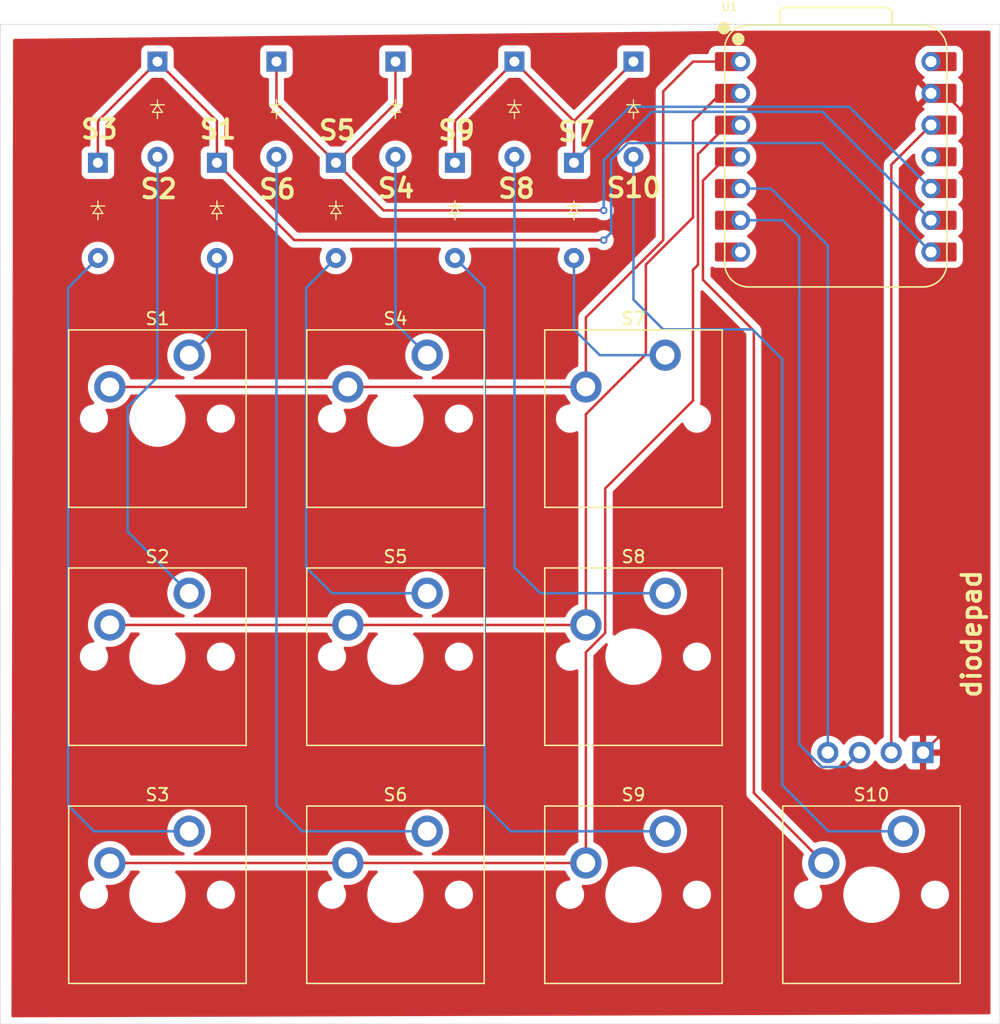
<source format=kicad_pcb>
(kicad_pcb (version 20240108) (generator "pcbnew") (generator_version "8.0")
  (layers (0 "F.Cu" signal) (31 "B.Cu" signal) (34 "B.Paste" user) (35 "F.Paste" user) (36 "B.SilkS" user "B.Silkscreen") (37 "F.SilkS" user "F.Silkscreen") (38 "B.Mask" user) (39 "F.Mask" user) (44 "Edge.Cuts" user))
  (net 0 "")
  (net 1 "Net-(D1-A)")
  (net 2 "ROW0")
  (net 3 "Net-(D2-A)")
  (net 4 "Net-(D3-A)")
  (net 5 "Net-(D4-A)")
  (net 6 "ROW1")
  (net 7 "Net-(D5-A)")
  (net 8 "Net-(D6-A)")
  (net 9 "ROW2")
  (net 10 "Net-(D7-A)")
  (net 11 "Net-(D8-A)")
  (net 12 "Net-(D9-A)")
  (net 13 "VCC")
  (net 14 "GND")
  (net 15 "COLUMN0")
  (net 16 "COLUMN1")
  (net 17 "COLUMN2")
  (net 19 "Net-(D10-A)")
  (net 21 "+5V")
  (net 22 "SCL")
  (net 23 "SDA")
  (net 24 "COLUMN3")
  (footprint "ScottoKeebs_MX:MX_PCB_1.00u" (layer "F.Cu") (at 152.404 119.5055)
    (property "Reference" "S9" (at 0 -8 0) (layer "F.SilkS"))
    (property "Value" "Keyswitch")
    (fp_line (start -7.1 -7.1) (end -7.1 7.1) (stroke (width 0.12)) (layer "F.SilkS"))
    (fp_line (start -7.1 7.1) (end 7.1 7.1) (stroke (width 0.12)) (layer "F.SilkS"))
    (fp_line (start 7.1 -7.1) (end -7.1 -7.1) (stroke (width 0.12)) (layer "F.SilkS"))
    (fp_line (start 7.1 7.1) (end 7.1 -7.1) (stroke (width 0.12)) (layer "F.SilkS"))
    (pad "" np_thru_hole circle (at -5.08 0) (size 1.75 1.75) (drill 1.75) (layers "*.Cu" "*.Mask"))
    (pad "" np_thru_hole circle (at 0 0) (size 4 4) (drill 4) (layers "*.Cu" "*.Mask"))
    (pad "" np_thru_hole circle (at 5.08 0) (size 1.75 1.75) (drill 1.75) (layers "*.Cu" "*.Mask"))
    (pad "1" thru_hole circle (at -3.81 -2.54) (size 2.5 2.5) (drill 1.5) (layers "*.Cu" "*.Mask") (net 17 "COLUMN2"))
    (pad "2" thru_hole circle (at 2.54 -5.08) (size 2.5 2.5) (drill 1.5) (layers "*.Cu" "*.Mask") (net 12 "Net-(D9-A)"))
  )
  (footprint "ScottoKeebs_Components:Diode_DO-35" (layer "F.Cu") (at 152.404 52.8305 -90)
    (property "Reference" "D10" (hide yes))
    (property "Value" "Diode" (hide yes))
    (fp_line (start 4.06 0.4) (end 3.46 0) (stroke (width 0.1)) (layer "F.SilkS"))
    (fp_line (start 3.06 0) (end 3.46 0) (stroke (width 0.1)) (layer "F.SilkS"))
    (fp_line (start 3.46 0) (end 4.06 -0.4) (stroke (width 0.1)) (layer "F.SilkS"))
    (fp_line (start 4.06 0) (end 4.56 0) (stroke (width 0.1)) (layer "F.SilkS"))
    (fp_line (start 4.06 -0.4) (end 4.06 0.4) (stroke (width 0.1)) (layer "F.SilkS"))
    (fp_line (start 3.46 -0.55) (end 3.46 0.55) (stroke (width 0.1)) (layer "F.SilkS"))
    (pad "1" thru_hole rect (at 0 0 270) (size 1.6 1.6) (drill 0.8) (layers "*.Cu" "*.Mask") (net 9 "ROW2"))
    (pad "2" thru_hole oval (at 7.62 0 270) (size 1.6 1.6) (drill 0.8) (layers "*.Cu" "*.Mask") (net 19 "Net-(D10-A)"))
  )
  (footprint "ScottoKeebs_MX:MX_PCB_1.00u" (layer "F.Cu") (at 114.304 81.4055)
    (property "Reference" "S1" (at 0 -8 0) (layer "F.SilkS"))
    (property "Value" "Keyswitch")
    (fp_line (start -7.1 -7.1) (end -7.1 7.1) (stroke (width 0.12)) (layer "F.SilkS"))
    (fp_line (start -7.1 7.1) (end 7.1 7.1) (stroke (width 0.12)) (layer "F.SilkS"))
    (fp_line (start 7.1 -7.1) (end -7.1 -7.1) (stroke (width 0.12)) (layer "F.SilkS"))
    (fp_line (start 7.1 7.1) (end 7.1 -7.1) (stroke (width 0.12)) (layer "F.SilkS"))
    (pad "" np_thru_hole circle (at -5.08 0) (size 1.75 1.75) (drill 1.75) (layers "*.Cu" "*.Mask"))
    (pad "" np_thru_hole circle (at 0 0) (size 4 4) (drill 4) (layers "*.Cu" "*.Mask"))
    (pad "" np_thru_hole circle (at 5.08 0) (size 1.75 1.75) (drill 1.75) (layers "*.Cu" "*.Mask"))
    (pad "1" thru_hole circle (at -3.81 -2.54) (size 2.5 2.5) (drill 1.5) (layers "*.Cu" "*.Mask") (net 15 "COLUMN0"))
    (pad "2" thru_hole circle (at 2.54 -5.08) (size 2.5 2.5) (drill 1.5) (layers "*.Cu" "*.Mask") (net 1 "Net-(D1-A)"))
  )
  (footprint "Seeed Studio XIAO Series Library:XIAO-RP2040-DIP" (layer "F.Cu") (at 168.5965 60.4505)
    (property "Reference" "U1" (at -8.5 -12 0) (layer "F.SilkS") (effects (font (size 0.635 0.635) (thickness 0.1016))))
    (property "Value" "XIAO-RP2040-DIP")
    (fp_line (start -8.89 8.509) (end -8.89 -8.636) (stroke (width 0.127)) (layer "F.SilkS"))
    (fp_line (start -6.985 10.414) (end 6.985 10.414) (stroke (width 0.127)) (layer "F.SilkS"))
    (fp_line (start -4.495 -10.541) (end -4.491272 -11.451272) (stroke (width 0.127)) (layer "F.SilkS"))
    (fp_line (start -3.991272 -11.951) (end 4.004 -11.951) (stroke (width 0.127)) (layer "F.SilkS"))
    (fp_line (start 4.504 -11.451) (end 4.504 -10.541) (stroke (width 0.127)) (layer "F.SilkS"))
    (fp_line (start 6.985 -10.541) (end -6.985 -10.541) (stroke (width 0.1)) (layer "F.SilkS"))
    (fp_line (start 6.985 -10.541) (end -6.985 -10.541) (stroke (width 0.127)) (layer "F.SilkS"))
    (fp_line (start 8.89 8.509) (end 8.89 -8.636) (stroke (width 0.127)) (layer "F.SilkS"))
    (fp_arc (start -8.89 -8.636) (mid -8.332038 -9.983038) (end -6.985 -10.541) (stroke (width 0.127)) (layer "F.SilkS"))
    (fp_arc (start -6.985 10.414) (mid -8.332038 9.856038) (end -8.89 8.509) (stroke (width 0.127)) (layer "F.SilkS"))
    (fp_arc (start -4.491272 -11.451272) (mid -4.344724 -11.804644) (end -3.991272 -11.951) (stroke (width 0.127)) (layer "F.SilkS"))
    (fp_arc (start 4.004 -11.951) (mid 4.357553 -11.804553) (end 4.504 -11.451) (stroke (width 0.127)) (layer "F.SilkS"))
    (fp_arc (start 6.985 -10.541) (mid 8.332038 -9.983038) (end 8.89 -8.636) (stroke (width 0.127)) (layer "F.SilkS"))
    (fp_arc (start 8.89 8.509) (mid 8.332038 9.856038) (end 6.985 10.414) (stroke (width 0.127)) (layer "F.SilkS"))
    (fp_circle (center -8.95 -10.3) (end -8.95 -10.554) (stroke (width 0.5)) (fill solid) (layer "F.SilkS"))
    (fp_circle (center -7.807 -9.42) (end -7.807 -9.674) (stroke (width 0.5)) (fill solid) (layer "F.SilkS"))
    (pad "1" smd roundrect (at -8.455 -7.62 180) (size 2.432 1.524) (layers "F.Cu" "F.Mask") (roundrect_rratio 0.1) (net 15 "COLUMN0"))
    (pad "1" thru_hole circle (at -7.62 -7.62 180) (size 1.524 1.524) (drill 0.889) (layers "*.Cu" "*.Mask") (net 15 "COLUMN0"))
    (pad "2" smd roundrect (at -8.455 -5.08 180) (size 2.432 1.524) (layers "F.Cu" "F.Mask") (roundrect_rratio 0.1) (net 16 "COLUMN1"))
    (pad "2" thru_hole circle (at -7.62 -5.08 180) (size 1.524 1.524) (drill 0.889) (layers "*.Cu" "*.Mask") (net 16 "COLUMN1"))
    (pad "3" smd roundrect (at -8.455 -2.54 180) (size 2.432 1.524) (layers "F.Cu" "F.Mask") (roundrect_rratio 0.1) (net 17 "COLUMN2"))
    (pad "3" thru_hole circle (at -7.62 -2.54 180) (size 1.524 1.524) (drill 0.889) (layers "*.Cu" "*.Mask") (net 17 "COLUMN2"))
    (pad "4" smd roundrect (at -8.455 0 180) (size 2.432 1.524) (layers "F.Cu" "F.Mask") (roundrect_rratio 0.1) (net 24 "COLUMN3"))
    (pad "4" thru_hole circle (at -7.62 0 180) (size 1.524 1.524) (drill 0.889) (layers "*.Cu" "*.Mask") (net 24 "COLUMN3"))
    (pad "5" smd roundrect (at -8.455 2.54 180) (size 2.432 1.524) (layers "F.Cu" "F.Mask") (roundrect_rratio 0.1) (net 23 "SDA"))
    (pad "5" thru_hole circle (at -7.62 2.54 180) (size 1.524 1.524) (drill 0.889) (layers "*.Cu" "*.Mask") (net 23 "SDA"))
    (pad "6" smd roundrect (at -8.455 5.08 180) (size 2.432 1.524) (layers "F.Cu" "F.Mask") (roundrect_rratio 0.1) (net 22 "SCL"))
    (pad "6" thru_hole circle (at -7.62 5.08 180) (size 1.524 1.524) (drill 0.889) (layers "*.Cu" "*.Mask") (net 22 "SCL"))
    (pad "7" smd roundrect (at -8.455 7.62 180) (size 2.432 1.524) (layers "F.Cu" "F.Mask") (roundrect_rratio 0.1))
    (pad "7" thru_hole circle (at -7.62 7.62 180) (size 1.524 1.524) (drill 0.889) (layers "*.Cu" "*.Mask"))
    (pad "8" thru_hole circle (at 7.62 7.62) (size 1.524 1.524) (drill 0.889) (layers "*.Cu" "*.Mask") (net 2 "ROW0"))
    (pad "8" smd roundrect (at 8.455 7.62) (size 2.432 1.524) (layers "F.Cu" "F.Mask") (roundrect_rratio 0.1) (net 2 "ROW0"))
    (pad "9" thru_hole circle (at 7.62 5.08) (size 1.524 1.524) (drill 0.889) (layers "*.Cu" "*.Mask") (net 6 "ROW1"))
    (pad "9" smd roundrect (at 8.455 5.08) (size 2.432 1.524) (layers "F.Cu" "F.Mask") (roundrect_rratio 0.1) (net 6 "ROW1"))
    (pad "10" thru_hole circle (at 7.62 2.54) (size 1.524 1.524) (drill 0.889) (layers "*.Cu" "*.Mask") (net 9 "ROW2"))
    (pad "10" smd roundrect (at 8.455 2.54) (size 2.432 1.524) (layers "F.Cu" "F.Mask") (roundrect_rratio 0.1) (net 9 "ROW2"))
    (pad "11" thru_hole circle (at 7.62 0) (size 1.524 1.524) (drill 0.889) (layers "*.Cu" "*.Mask"))
    (pad "11" smd roundrect (at 8.455 0) (size 2.432 1.524) (layers "F.Cu" "F.Mask") (roundrect_rratio 0.1))
    (pad "12" thru_hole circle (at 7.62 -2.54) (size 1.524 1.524) (drill 0.889) (layers "*.Cu" "*.Mask") (net 13 "VCC"))
    (pad "12" smd roundrect (at 8.455 -2.54) (size 2.432 1.524) (layers "F.Cu" "F.Mask") (roundrect_rratio 0.1) (net 13 "VCC"))
    (pad "13" thru_hole circle (at 7.62 -5.08) (size 1.524 1.524) (drill 0.889) (layers "*.Cu" "*.Mask") (net 14 "GND"))
    (pad "13" smd roundrect (at 8.455 -5.08) (size 2.432 1.524) (layers "F.Cu" "F.Mask") (roundrect_rratio 0.1) (net 14 "GND"))
    (pad "14" thru_hole circle (at 7.62 -7.62) (size 1.524 1.524) (drill 0.889) (layers "*.Cu" "*.Mask") (net 21 "+5V"))
    (pad "14" smd roundrect (at 8.455 -7.62) (size 2.432 1.524) (layers "F.Cu" "F.Mask") (roundrect_rratio 0.1) (net 21 "+5V"))
  )
  (footprint "ScottoKeebs_Components:OLED_128x32" (layer "F.Cu") (at 165.779 109.7305 90)
    (property "Reference" "J1" (hide yes))
    (property "Value" "OLED_128x32")
    (pad "1" thru_hole rect (at 1.6 9.8 270) (size 1.7 1.7) (drill 1) (layers "*.Cu" "*.Mask") (net 14 "GND"))
    (pad "2" thru_hole oval (at 1.6 7.26 270) (size 1.7 1.7) (drill 1) (layers "*.Cu" "*.Mask") (net 13 "VCC"))
    (pad "3" thru_hole oval (at 1.6 4.72 270) (size 1.7 1.7) (drill 1) (layers "*.Cu" "*.Mask") (net 22 "SCL"))
    (pad "4" thru_hole oval (at 1.6 2.18 270) (size 1.7 1.7) (drill 1) (layers "*.Cu" "*.Mask") (net 23 "SDA"))
  )
  (footprint "ScottoKeebs_Components:Diode_DO-35" (layer "F.Cu") (at 138.1165 60.92675 -90)
    (property "Reference" "D9" (hide yes))
    (property "Value" "Diode" (hide yes))
    (fp_line (start 4.06 0.4) (end 3.46 0) (stroke (width 0.1)) (layer "F.SilkS"))
    (fp_line (start 3.06 0) (end 3.46 0) (stroke (width 0.1)) (layer "F.SilkS"))
    (fp_line (start 3.46 0) (end 4.06 -0.4) (stroke (width 0.1)) (layer "F.SilkS"))
    (fp_line (start 4.06 0) (end 4.56 0) (stroke (width 0.1)) (layer "F.SilkS"))
    (fp_line (start 4.06 -0.4) (end 4.06 0.4) (stroke (width 0.1)) (layer "F.SilkS"))
    (fp_line (start 3.46 -0.55) (end 3.46 0.55) (stroke (width 0.1)) (layer "F.SilkS"))
    (pad "1" thru_hole rect (at 0 0 270) (size 1.6 1.6) (drill 0.8) (layers "*.Cu" "*.Mask") (net 9 "ROW2"))
    (pad "2" thru_hole oval (at 7.62 0 270) (size 1.6 1.6) (drill 0.8) (layers "*.Cu" "*.Mask") (net 12 "Net-(D9-A)"))
  )
  (footprint "ScottoKeebs_Components:Diode_DO-35" (layer "F.Cu") (at 114.304 52.8305 -90)
    (property "Reference" "D2" (hide yes))
    (property "Value" "Diode" (hide yes))
    (fp_line (start 4.06 0.4) (end 3.46 0) (stroke (width 0.1)) (layer "F.SilkS"))
    (fp_line (start 3.06 0) (end 3.46 0) (stroke (width 0.1)) (layer "F.SilkS"))
    (fp_line (start 3.46 0) (end 4.06 -0.4) (stroke (width 0.1)) (layer "F.SilkS"))
    (fp_line (start 4.06 0) (end 4.56 0) (stroke (width 0.1)) (layer "F.SilkS"))
    (fp_line (start 4.06 -0.4) (end 4.06 0.4) (stroke (width 0.1)) (layer "F.SilkS"))
    (fp_line (start 3.46 -0.55) (end 3.46 0.55) (stroke (width 0.1)) (layer "F.SilkS"))
    (pad "1" thru_hole rect (at 0 0 270) (size 1.6 1.6) (drill 0.8) (layers "*.Cu" "*.Mask") (net 2 "ROW0"))
    (pad "2" thru_hole oval (at 7.62 0 270) (size 1.6 1.6) (drill 0.8) (layers "*.Cu" "*.Mask") (net 3 "Net-(D2-A)"))
  )
  (footprint "ScottoKeebs_MX:MX_PCB_1.00u" (layer "F.Cu") (at 152.404 100.4555)
    (property "Reference" "S8" (at 0 -8 0) (layer "F.SilkS"))
    (property "Value" "Keyswitch")
    (fp_line (start -7.1 -7.1) (end -7.1 7.1) (stroke (width 0.12)) (layer "F.SilkS"))
    (fp_line (start -7.1 7.1) (end 7.1 7.1) (stroke (width 0.12)) (layer "F.SilkS"))
    (fp_line (start 7.1 -7.1) (end -7.1 -7.1) (stroke (width 0.12)) (layer "F.SilkS"))
    (fp_line (start 7.1 7.1) (end 7.1 -7.1) (stroke (width 0.12)) (layer "F.SilkS"))
    (pad "" np_thru_hole circle (at -5.08 0) (size 1.75 1.75) (drill 1.75) (layers "*.Cu" "*.Mask"))
    (pad "" np_thru_hole circle (at 0 0) (size 4 4) (drill 4) (layers "*.Cu" "*.Mask"))
    (pad "" np_thru_hole circle (at 5.08 0) (size 1.75 1.75) (drill 1.75) (layers "*.Cu" "*.Mask"))
    (pad "1" thru_hole circle (at -3.81 -2.54) (size 2.5 2.5) (drill 1.5) (layers "*.Cu" "*.Mask") (net 16 "COLUMN1"))
    (pad "2" thru_hole circle (at 2.54 -5.08) (size 2.5 2.5) (drill 1.5) (layers "*.Cu" "*.Mask") (net 11 "Net-(D8-A)"))
  )
  (footprint "ScottoKeebs_MX:MX_PCB_1.00u" (layer "F.Cu") (at 171.454 119.5055)
    (property "Reference" "S10" (at 0 -8 0) (layer "F.SilkS"))
    (property "Value" "Keyswitch")
    (fp_line (start -7.1 -7.1) (end -7.1 7.1) (stroke (width 0.12)) (layer "F.SilkS"))
    (fp_line (start -7.1 7.1) (end 7.1 7.1) (stroke (width 0.12)) (layer "F.SilkS"))
    (fp_line (start 7.1 -7.1) (end -7.1 -7.1) (stroke (width 0.12)) (layer "F.SilkS"))
    (fp_line (start 7.1 7.1) (end 7.1 -7.1) (stroke (width 0.12)) (layer "F.SilkS"))
    (pad "" np_thru_hole circle (at -5.08 0) (size 1.75 1.75) (drill 1.75) (layers "*.Cu" "*.Mask"))
    (pad "" np_thru_hole circle (at 0 0) (size 4 4) (drill 4) (layers "*.Cu" "*.Mask"))
    (pad "" np_thru_hole circle (at 5.08 0) (size 1.75 1.75) (drill 1.75) (layers "*.Cu" "*.Mask"))
    (pad "1" thru_hole circle (at -3.81 -2.54) (size 2.5 2.5) (drill 1.5) (layers "*.Cu" "*.Mask") (net 24 "COLUMN3"))
    (pad "2" thru_hole circle (at 2.54 -5.08) (size 2.5 2.5) (drill 1.5) (layers "*.Cu" "*.Mask") (net 19 "Net-(D10-A)"))
  )
  (footprint "ScottoKeebs_Components:Diode_DO-35" (layer "F.Cu") (at 142.879 52.8305 -90)
    (property "Reference" "D8" (hide yes))
    (property "Value" "Diode" (hide yes))
    (fp_line (start 4.06 0.4) (end 3.46 0) (stroke (width 0.1)) (layer "F.SilkS"))
    (fp_line (start 3.06 0) (end 3.46 0) (stroke (width 0.1)) (layer "F.SilkS"))
    (fp_line (start 3.46 0) (end 4.06 -0.4) (stroke (width 0.1)) (layer "F.SilkS"))
    (fp_line (start 4.06 0) (end 4.56 0) (stroke (width 0.1)) (layer "F.SilkS"))
    (fp_line (start 4.06 -0.4) (end 4.06 0.4) (stroke (width 0.1)) (layer "F.SilkS"))
    (fp_line (start 3.46 -0.55) (end 3.46 0.55) (stroke (width 0.1)) (layer "F.SilkS"))
    (pad "1" thru_hole rect (at 0 0 270) (size 1.6 1.6) (drill 0.8) (layers "*.Cu" "*.Mask") (net 9 "ROW2"))
    (pad "2" thru_hole oval (at 7.62 0 270) (size 1.6 1.6) (drill 0.8) (layers "*.Cu" "*.Mask") (net 11 "Net-(D8-A)"))
  )
  (footprint "ScottoKeebs_Components:Diode_DO-35" (layer "F.Cu") (at 147.6415 60.92675 -90)
    (property "Reference" "D7" (hide yes))
    (property "Value" "Diode" (hide yes))
    (fp_line (start 4.06 0.4) (end 3.46 0) (stroke (width 0.1)) (layer "F.SilkS"))
    (fp_line (start 3.06 0) (end 3.46 0) (stroke (width 0.1)) (layer "F.SilkS"))
    (fp_line (start 3.46 0) (end 4.06 -0.4) (stroke (width 0.1)) (layer "F.SilkS"))
    (fp_line (start 4.06 0) (end 4.56 0) (stroke (width 0.1)) (layer "F.SilkS"))
    (fp_line (start 4.06 -0.4) (end 4.06 0.4) (stroke (width 0.1)) (layer "F.SilkS"))
    (fp_line (start 3.46 -0.55) (end 3.46 0.55) (stroke (width 0.1)) (layer "F.SilkS"))
    (pad "1" thru_hole rect (at 0 0 270) (size 1.6 1.6) (drill 0.8) (layers "*.Cu" "*.Mask") (net 9 "ROW2"))
    (pad "2" thru_hole oval (at 7.62 0 270) (size 1.6 1.6) (drill 0.8) (layers "*.Cu" "*.Mask") (net 10 "Net-(D7-A)"))
  )
  (footprint "ScottoKeebs_MX:MX_PCB_1.00u" (layer "F.Cu") (at 152.404 81.4055)
    (property "Reference" "S7" (at 0 -8 0) (layer "F.SilkS"))
    (property "Value" "Keyswitch")
    (fp_line (start -7.1 -7.1) (end -7.1 7.1) (stroke (width 0.12)) (layer "F.SilkS"))
    (fp_line (start -7.1 7.1) (end 7.1 7.1) (stroke (width 0.12)) (layer "F.SilkS"))
    (fp_line (start 7.1 -7.1) (end -7.1 -7.1) (stroke (width 0.12)) (layer "F.SilkS"))
    (fp_line (start 7.1 7.1) (end 7.1 -7.1) (stroke (width 0.12)) (layer "F.SilkS"))
    (pad "" np_thru_hole circle (at -5.08 0) (size 1.75 1.75) (drill 1.75) (layers "*.Cu" "*.Mask"))
    (pad "" np_thru_hole circle (at 0 0) (size 4 4) (drill 4) (layers "*.Cu" "*.Mask"))
    (pad "" np_thru_hole circle (at 5.08 0) (size 1.75 1.75) (drill 1.75) (layers "*.Cu" "*.Mask"))
    (pad "1" thru_hole circle (at -3.81 -2.54) (size 2.5 2.5) (drill 1.5) (layers "*.Cu" "*.Mask") (net 15 "COLUMN0"))
    (pad "2" thru_hole circle (at 2.54 -5.08) (size 2.5 2.5) (drill 1.5) (layers "*.Cu" "*.Mask") (net 10 "Net-(D7-A)"))
  )
  (footprint "ScottoKeebs_MX:MX_PCB_1.00u" (layer "F.Cu") (at 133.354 81.4055)
    (property "Reference" "S4" (at 0 -8 0) (layer "F.SilkS"))
    (property "Value" "Keyswitch")
    (fp_line (start -7.1 -7.1) (end -7.1 7.1) (stroke (width 0.12)) (layer "F.SilkS"))
    (fp_line (start -7.1 7.1) (end 7.1 7.1) (stroke (width 0.12)) (layer "F.SilkS"))
    (fp_line (start 7.1 -7.1) (end -7.1 -7.1) (stroke (width 0.12)) (layer "F.SilkS"))
    (fp_line (start 7.1 7.1) (end 7.1 -7.1) (stroke (width 0.12)) (layer "F.SilkS"))
    (pad "" np_thru_hole circle (at -5.08 0) (size 1.75 1.75) (drill 1.75) (layers "*.Cu" "*.Mask"))
    (pad "" np_thru_hole circle (at 0 0) (size 4 4) (drill 4) (layers "*.Cu" "*.Mask"))
    (pad "" np_thru_hole circle (at 5.08 0) (size 1.75 1.75) (drill 1.75) (layers "*.Cu" "*.Mask"))
    (pad "1" thru_hole circle (at -3.81 -2.54) (size 2.5 2.5) (drill 1.5) (layers "*.Cu" "*.Mask") (net 15 "COLUMN0"))
    (pad "2" thru_hole circle (at 2.54 -5.08) (size 2.5 2.5) (drill 1.5) (layers "*.Cu" "*.Mask") (net 5 "Net-(D4-A)"))
  )
  (footprint "ScottoKeebs_MX:MX_PCB_1.00u" (layer "F.Cu") (at 114.304 119.5055)
    (property "Reference" "S3" (at 0 -8 0) (layer "F.SilkS"))
    (property "Value" "Keyswitch")
    (fp_line (start -7.1 -7.1) (end -7.1 7.1) (stroke (width 0.12)) (layer "F.SilkS"))
    (fp_line (start -7.1 7.1) (end 7.1 7.1) (stroke (width 0.12)) (layer "F.SilkS"))
    (fp_line (start 7.1 -7.1) (end -7.1 -7.1) (stroke (width 0.12)) (layer "F.SilkS"))
    (fp_line (start 7.1 7.1) (end 7.1 -7.1) (stroke (width 0.12)) (layer "F.SilkS"))
    (pad "" np_thru_hole circle (at -5.08 0) (size 1.75 1.75) (drill 1.75) (layers "*.Cu" "*.Mask"))
    (pad "" np_thru_hole circle (at 0 0) (size 4 4) (drill 4) (layers "*.Cu" "*.Mask"))
    (pad "" np_thru_hole circle (at 5.08 0) (size 1.75 1.75) (drill 1.75) (layers "*.Cu" "*.Mask"))
    (pad "1" thru_hole circle (at -3.81 -2.54) (size 2.5 2.5) (drill 1.5) (layers "*.Cu" "*.Mask") (net 17 "COLUMN2"))
    (pad "2" thru_hole circle (at 2.54 -5.08) (size 2.5 2.5) (drill 1.5) (layers "*.Cu" "*.Mask") (net 4 "Net-(D3-A)"))
  )
  (footprint "ScottoKeebs_Components:Diode_DO-35" (layer "F.Cu") (at 128.5915 60.92675 -90)
    (property "Reference" "D5" (hide yes))
    (property "Value" "Diode" (hide yes))
    (fp_line (start 4.06 0.4) (end 3.46 0) (stroke (width 0.1)) (layer "F.SilkS"))
    (fp_line (start 3.06 0) (end 3.46 0) (stroke (width 0.1)) (layer "F.SilkS"))
    (fp_line (start 3.46 0) (end 4.06 -0.4) (stroke (width 0.1)) (layer "F.SilkS"))
    (fp_line (start 4.06 0) (end 4.56 0) (stroke (width 0.1)) (layer "F.SilkS"))
    (fp_line (start 4.06 -0.4) (end 4.06 0.4) (stroke (width 0.1)) (layer "F.SilkS"))
    (fp_line (start 3.46 -0.55) (end 3.46 0.55) (stroke (width 0.1)) (layer "F.SilkS"))
    (pad "1" thru_hole rect (at 0 0 270) (size 1.6 1.6) (drill 0.8) (layers "*.Cu" "*.Mask") (net 6 "ROW1"))
    (pad "2" thru_hole oval (at 7.62 0 270) (size 1.6 1.6) (drill 0.8) (layers "*.Cu" "*.Mask") (net 7 "Net-(D5-A)"))
  )
  (footprint "ScottoKeebs_MX:MX_PCB_1.00u" (layer "F.Cu") (at 114.304 100.4555)
    (property "Reference" "S2" (at 0 -8 0) (layer "F.SilkS"))
    (property "Value" "Keyswitch")
    (fp_line (start -7.1 -7.1) (end -7.1 7.1) (stroke (width 0.12)) (layer "F.SilkS"))
    (fp_line (start -7.1 7.1) (end 7.1 7.1) (stroke (width 0.12)) (layer "F.SilkS"))
    (fp_line (start 7.1 -7.1) (end -7.1 -7.1) (stroke (width 0.12)) (layer "F.SilkS"))
    (fp_line (start 7.1 7.1) (end 7.1 -7.1) (stroke (width 0.12)) (layer "F.SilkS"))
    (pad "" np_thru_hole circle (at -5.08 0) (size 1.75 1.75) (drill 1.75) (layers "*.Cu" "*.Mask"))
    (pad "" np_thru_hole circle (at 0 0) (size 4 4) (drill 4) (layers "*.Cu" "*.Mask"))
    (pad "" np_thru_hole circle (at 5.08 0) (size 1.75 1.75) (drill 1.75) (layers "*.Cu" "*.Mask"))
    (pad "1" thru_hole circle (at -3.81 -2.54) (size 2.5 2.5) (drill 1.5) (layers "*.Cu" "*.Mask") (net 16 "COLUMN1"))
    (pad "2" thru_hole circle (at 2.54 -5.08) (size 2.5 2.5) (drill 1.5) (layers "*.Cu" "*.Mask") (net 3 "Net-(D2-A)"))
  )
  (footprint "ScottoKeebs_Components:Diode_DO-35" (layer "F.Cu") (at 119.0665 60.92675 -90)
    (property "Reference" "D1" (hide yes))
    (property "Value" "Diode" (hide yes))
    (fp_line (start 4.06 0.4) (end 3.46 0) (stroke (width 0.1)) (layer "F.SilkS"))
    (fp_line (start 3.06 0) (end 3.46 0) (stroke (width 0.1)) (layer "F.SilkS"))
    (fp_line (start 3.46 0) (end 4.06 -0.4) (stroke (width 0.1)) (layer "F.SilkS"))
    (fp_line (start 4.06 0) (end 4.56 0) (stroke (width 0.1)) (layer "F.SilkS"))
    (fp_line (start 4.06 -0.4) (end 4.06 0.4) (stroke (width 0.1)) (layer "F.SilkS"))
    (fp_line (start 3.46 -0.55) (end 3.46 0.55) (stroke (width 0.1)) (layer "F.SilkS"))
    (pad "1" thru_hole rect (at 0 0 270) (size 1.6 1.6) (drill 0.8) (layers "*.Cu" "*.Mask") (net 2 "ROW0"))
    (pad "2" thru_hole oval (at 7.62 0 270) (size 1.6 1.6) (drill 0.8) (layers "*.Cu" "*.Mask") (net 1 "Net-(D1-A)"))
  )
  (footprint "ScottoKeebs_Components:Diode_DO-35" (layer "F.Cu") (at 123.829 52.8305 -90)
    (property "Reference" "D6" (hide yes))
    (property "Value" "Diode" (hide yes))
    (fp_line (start 4.06 0.4) (end 3.46 0) (stroke (width 0.1)) (layer "F.SilkS"))
    (fp_line (start 3.06 0) (end 3.46 0) (stroke (width 0.1)) (layer "F.SilkS"))
    (fp_line (start 3.46 0) (end 4.06 -0.4) (stroke (width 0.1)) (layer "F.SilkS"))
    (fp_line (start 4.06 0) (end 4.56 0) (stroke (width 0.1)) (layer "F.SilkS"))
    (fp_line (start 4.06 -0.4) (end 4.06 0.4) (stroke (width 0.1)) (layer "F.SilkS"))
    (fp_line (start 3.46 -0.55) (end 3.46 0.55) (stroke (width 0.1)) (layer "F.SilkS"))
    (pad "1" thru_hole rect (at 0 0 270) (size 1.6 1.6) (drill 0.8) (layers "*.Cu" "*.Mask") (net 6 "ROW1"))
    (pad "2" thru_hole oval (at 7.62 0 270) (size 1.6 1.6) (drill 0.8) (layers "*.Cu" "*.Mask") (net 8 "Net-(D6-A)"))
  )
  (footprint "ScottoKeebs_MX:MX_PCB_1.00u" (layer "F.Cu") (at 133.354 100.4555)
    (property "Reference" "S5" (at 0 -8 0) (layer "F.SilkS"))
    (property "Value" "Keyswitch")
    (fp_line (start -7.1 -7.1) (end -7.1 7.1) (stroke (width 0.12)) (layer "F.SilkS"))
    (fp_line (start -7.1 7.1) (end 7.1 7.1) (stroke (width 0.12)) (layer "F.SilkS"))
    (fp_line (start 7.1 -7.1) (end -7.1 -7.1) (stroke (width 0.12)) (layer "F.SilkS"))
    (fp_line (start 7.1 7.1) (end 7.1 -7.1) (stroke (width 0.12)) (layer "F.SilkS"))
    (pad "" np_thru_hole circle (at -5.08 0) (size 1.75 1.75) (drill 1.75) (layers "*.Cu" "*.Mask"))
    (pad "" np_thru_hole circle (at 0 0) (size 4 4) (drill 4) (layers "*.Cu" "*.Mask"))
    (pad "" np_thru_hole circle (at 5.08 0) (size 1.75 1.75) (drill 1.75) (layers "*.Cu" "*.Mask"))
    (pad "1" thru_hole circle (at -3.81 -2.54) (size 2.5 2.5) (drill 1.5) (layers "*.Cu" "*.Mask") (net 16 "COLUMN1"))
    (pad "2" thru_hole circle (at 2.54 -5.08) (size 2.5 2.5) (drill 1.5) (layers "*.Cu" "*.Mask") (net 7 "Net-(D5-A)"))
  )
  (footprint "ScottoKeebs_Components:Diode_DO-35" (layer "F.Cu") (at 133.354 52.8305 -90)
    (property "Reference" "D4" (hide yes))
    (property "Value" "Diode" (hide yes))
    (fp_line (start 4.06 0.4) (end 3.46 0) (stroke (width 0.1)) (layer "F.SilkS"))
    (fp_line (start 3.06 0) (end 3.46 0) (stroke (width 0.1)) (layer "F.SilkS"))
    (fp_line (start 3.46 0) (end 4.06 -0.4) (stroke (width 0.1)) (layer "F.SilkS"))
    (fp_line (start 4.06 0) (end 4.56 0) (stroke (width 0.1)) (layer "F.SilkS"))
    (fp_line (start 4.06 -0.4) (end 4.06 0.4) (stroke (width 0.1)) (layer "F.SilkS"))
    (fp_line (start 3.46 -0.55) (end 3.46 0.55) (stroke (width 0.1)) (layer "F.SilkS"))
    (pad "1" thru_hole rect (at 0 0 270) (size 1.6 1.6) (drill 0.8) (layers "*.Cu" "*.Mask") (net 6 "ROW1"))
    (pad "2" thru_hole oval (at 7.62 0 270) (size 1.6 1.6) (drill 0.8) (layers "*.Cu" "*.Mask") (net 5 "Net-(D4-A)"))
  )
  (footprint "ScottoKeebs_Components:Diode_DO-35" (layer "F.Cu") (at 109.5415 60.92675 -90)
    (property "Reference" "D3" (hide yes))
    (property "Value" "Diode" (hide yes))
    (fp_line (start 4.06 0.4) (end 3.46 0) (stroke (width 0.1)) (layer "F.SilkS"))
    (fp_line (start 3.06 0) (end 3.46 0) (stroke (width 0.1)) (layer "F.SilkS"))
    (fp_line (start 3.46 0) (end 4.06 -0.4) (stroke (width 0.1)) (layer "F.SilkS"))
    (fp_line (start 4.06 0) (end 4.56 0) (stroke (width 0.1)) (layer "F.SilkS"))
    (fp_line (start 4.06 -0.4) (end 4.06 0.4) (stroke (width 0.1)) (layer "F.SilkS"))
    (fp_line (start 3.46 -0.55) (end 3.46 0.55) (stroke (width 0.1)) (layer "F.SilkS"))
    (pad "1" thru_hole rect (at 0 0 270) (size 1.6 1.6) (drill 0.8) (layers "*.Cu" "*.Mask") (net 2 "ROW0"))
    (pad "2" thru_hole oval (at 7.62 0 270) (size 1.6 1.6) (drill 0.8) (layers "*.Cu" "*.Mask") (net 4 "Net-(D3-A)"))
  )
  (footprint "ScottoKeebs_MX:MX_PCB_1.00u" (layer "F.Cu") (at 133.354 119.5055)
    (property "Reference" "S6" (at 0 -8 0) (layer "F.SilkS"))
    (property "Value" "Keyswitch")
    (fp_line (start -7.1 -7.1) (end -7.1 7.1) (stroke (width 0.12)) (layer "F.SilkS"))
    (fp_line (start -7.1 7.1) (end 7.1 7.1) (stroke (width 0.12)) (layer "F.SilkS"))
    (fp_line (start 7.1 -7.1) (end -7.1 -7.1) (stroke (width 0.12)) (layer "F.SilkS"))
    (fp_line (start 7.1 7.1) (end 7.1 -7.1) (stroke (width 0.12)) (layer "F.SilkS"))
    (pad "" np_thru_hole circle (at -5.08 0) (size 1.75 1.75) (drill 1.75) (layers "*.Cu" "*.Mask"))
    (pad "" np_thru_hole circle (at 0 0) (size 4 4) (drill 4) (layers "*.Cu" "*.Mask"))
    (pad "" np_thru_hole circle (at 5.08 0) (size 1.75 1.75) (drill 1.75) (layers "*.Cu" "*.Mask"))
    (pad "1" thru_hole circle (at -3.81 -2.54) (size 2.5 2.5) (drill 1.5) (layers "*.Cu" "*.Mask") (net 17 "COLUMN2"))
    (pad "2" thru_hole circle (at 2.54 -5.08) (size 2.5 2.5) (drill 1.5) (layers "*.Cu" "*.Mask") (net 8 "Net-(D6-A)"))
  )
  (gr_rect (start 101.729 49.8505) (end 181.729 129.8505) (stroke (width 0.05)) (fill none) (layer "Edge.Cuts"))
  (gr_text "S3" (at 108.029 59.1305 0) (layer "F.SilkS") (effects (font (size 1.5 1.5) (thickness 0.3) (bold yes)) (justify left bottom)))
  (gr_text "S5" (at 127.069 59.2105 0) (layer "F.SilkS") (effects (font (size 1.5 1.5) (thickness 0.3) (bold yes)) (justify left bottom)))
  (gr_text "S7" (at 146.219 59.3105 0) (layer "F.SilkS") (effects (font (size 1.5 1.5) (thickness 0.3) (bold yes)) (justify left bottom)))
  (gr_text "S4" (at 131.779 63.8505 0) (layer "F.SilkS") (effects (font (size 1.5 1.5) (thickness 0.3) (bold yes)) (justify left bottom)))
  (gr_text "S10" (at 150.099 63.8105 0) (layer "F.SilkS") (effects (font (size 1.5 1.5) (thickness 0.3) (bold yes)) (justify left bottom)))
  (gr_text "S2\n" (at 112.779 63.9005 0) (layer "F.SilkS") (effects (font (size 1.5 1.5) (thickness 0.3) (bold yes)) (justify left bottom)))
  (gr_text "S8" (at 141.409 63.8705 0) (layer "F.SilkS") (effects (font (size 1.5 1.5) (thickness 0.3) (bold yes)) (justify left bottom)))
  (gr_text "S9" (at 136.619 59.2105 0) (layer "F.SilkS") (effects (font (size 1.5 1.5) (thickness 0.3) (bold yes)) (justify left bottom)))
  (gr_text "diodepad" (at 180.339 103.9005 90) (layer "F.SilkS") (effects (font (size 1.5 1.5) (thickness 0.3) (bold yes)) (justify left bottom)))
  (gr_text "S1" (at 117.529 59.1305 0) (layer "F.SilkS") (effects (font (size 1.5 1.5) (thickness 0.3) (bold yes)) (justify left bottom)))
  (gr_text "S6" (at 122.279 63.9205 0) (layer "F.SilkS") (effects (font (size 1.5 1.5) (thickness 0.3) (bold yes)) (justify left bottom)))
  (segment (start 119.0665 68.54675) (end 119.0665 74.103) (width 0.2) (layer "B.Cu") (net 1))
  (segment (start 119.0665 74.103) (end 116.844 76.3255) (width 0.2) (layer "B.Cu") (net 1))
  (segment (start 125.25775 67.118) (end 150.02275 67.118) (width 0.2) (layer "F.Cu") (net 2))
  (segment (start 109.5415 60.92675) (end 109.5415 57.593) (width 0.2) (layer "F.Cu") (net 2))
  (segment (start 109.5415 57.593) (end 114.304 52.8305) (width 0.2) (layer "F.Cu") (net 2))
  (segment (start 119.0665 60.92675) (end 125.25775 67.118) (width 0.2) (layer "F.Cu") (net 2))
  (segment (start 119.0665 60.92675) (end 119.0665 57.593) (width 0.2) (layer "F.Cu") (net 2))
  (segment (start 119.0665 57.593) (end 114.304 52.8305) (width 0.2) (layer "F.Cu") (net 2))
  (via (at 150.02275 67.118) (size 0.6) (drill 0.3) (layers "F.Cu" "B.Cu") (net 2))
  (segment (start 151.948365 59.3505) (end 167.4965 59.3505) (width 0.2) (layer "B.Cu") (net 2))
  (segment (start 167.4965 59.3505) (end 176.2165 68.0705) (width 0.2) (layer "B.Cu") (net 2))
  (segment (start 150.62275 60.676115) (end 151.948365 59.3505) (width 0.2) (layer "B.Cu") (net 2))
  (segment (start 150.02275 67.118) (end 150.62275 66.518) (width 0.2) (layer "B.Cu") (net 2))
  (segment (start 150.62275 66.518) (end 150.62275 60.676115) (width 0.2) (layer "B.Cu") (net 2))
  (segment (start 111.92275 80.463348) (end 111.92275 90.45425) (width 0.2) (layer "B.Cu") (net 3))
  (segment (start 111.92275 90.45425) (end 116.844 95.3755) (width 0.2) (layer "B.Cu") (net 3))
  (segment (start 114.304 60.4505) (end 114.304 78.082098) (width 0.2) (layer "B.Cu") (net 3))
  (segment (start 114.304 78.082098) (end 111.92275 80.463348) (width 0.2) (layer "B.Cu") (net 3))
  (segment (start 109.5415 68.54675) (end 107.16025 70.928) (width 0.2) (layer "B.Cu") (net 4))
  (segment (start 107.16025 112.36175) (end 109.224 114.4255) (width 0.2) (layer "B.Cu") (net 4))
  (segment (start 109.224 114.4255) (end 116.844 114.4255) (width 0.2) (layer "B.Cu") (net 4))
  (segment (start 107.16025 70.928) (end 107.16025 112.36175) (width 0.2) (layer "B.Cu") (net 4))
  (segment (start 133.354 60.4505) (end 133.354 73.7855) (width 0.2) (layer "B.Cu") (net 5))
  (segment (start 133.354 73.7855) (end 135.894 76.3255) (width 0.2) (layer "B.Cu") (net 5))
  (segment (start 132.4015 64.73675) (end 128.5915 60.92675) (width 0.2) (layer "F.Cu") (net 6))
  (segment (start 123.829 56.16425) (end 128.5915 60.92675) (width 0.2) (layer "F.Cu") (net 6))
  (segment (start 133.354 56.16425) (end 128.5915 60.92675) (width 0.2) (layer "F.Cu") (net 6))
  (segment (start 123.829 52.8305) (end 123.829 56.16425) (width 0.2) (layer "F.Cu") (net 6))
  (segment (start 133.354 52.8305) (end 133.354 56.16425) (width 0.2) (layer "F.Cu") (net 6))
  (segment (start 150.02275 64.73675) (end 132.4015 64.73675) (width 0.2) (layer "F.Cu") (net 6))
  (via (at 150.02275 64.73675) (size 0.6) (drill 0.3) (layers "F.Cu" "B.Cu") (net 6))
  (segment (start 153.884679 56.8485) (end 167.5345 56.8485) (width 0.2) (layer "B.Cu") (net 6))
  (segment (start 150.02275 64.73675) (end 150.02275 60.710429) (width 0.2) (layer "B.Cu") (net 6))
  (segment (start 167.5345 56.8485) (end 176.2165 65.5305) (width 0.2) (layer "B.Cu") (net 6))
  (segment (start 150.02275 60.710429) (end 153.884679 56.8485) (width 0.2) (layer "B.Cu") (net 6))
  (segment (start 128.274 95.3755) (end 135.894 95.3755) (width 0.2) (layer "B.Cu") (net 7))
  (segment (start 126.21025 70.928) (end 126.21025 93.31175) (width 0.2) (layer "B.Cu") (net 7))
  (segment (start 128.5915 68.54675) (end 126.21025 70.928) (width 0.2) (layer "B.Cu") (net 7))
  (segment (start 126.21025 93.31175) (end 128.274 95.3755) (width 0.2) (layer "B.Cu") (net 7))
  (segment (start 123.829 60.4505) (end 123.829 112.36175) (width 0.2) (layer "B.Cu") (net 8))
  (segment (start 125.89275 114.4255) (end 135.894 114.4255) (width 0.2) (layer "B.Cu") (net 8))
  (segment (start 123.829 112.36175) (end 125.89275 114.4255) (width 0.2) (layer "B.Cu") (net 8))
  (segment (start 138.1165 60.92675) (end 138.1165 57.593) (width 0.2) (layer "F.Cu") (net 9))
  (segment (start 147.6415 57.593) (end 152.404 52.8305) (width 0.2) (layer "F.Cu") (net 9))
  (segment (start 147.6415 60.92675) (end 147.6415 57.593) (width 0.2) (layer "F.Cu") (net 9))
  (segment (start 147.6415 57.593) (end 142.879 52.8305) (width 0.2) (layer "F.Cu") (net 9))
  (segment (start 138.1165 57.593) (end 142.879 52.8305) (width 0.2) (layer "F.Cu") (net 9))
  (segment (start 147.6415 60.92675) (end 152.11975 56.4485) (width 0.2) (layer "B.Cu") (net 9))
  (segment (start 152.11975 56.4485) (end 169.6745 56.4485) (width 0.2) (layer "B.Cu") (net 9))
  (segment (start 169.6745 56.4485) (end 176.2165 62.9905) (width 0.2) (layer "B.Cu") (net 9))
  (segment (start 147.6415 74.26175) (end 149.70525 76.3255) (width 0.2) (layer "B.Cu") (net 10))
  (segment (start 149.70525 76.3255) (end 154.944 76.3255) (width 0.2) (layer "B.Cu") (net 10))
  (segment (start 147.6415 68.54675) (end 147.6415 74.26175) (width 0.2) (layer "B.Cu") (net 10))
  (segment (start 142.879 93.31175) (end 144.94275 95.3755) (width 0.2) (layer "B.Cu") (net 11))
  (segment (start 144.94275 95.3755) (end 154.944 95.3755) (width 0.2) (layer "B.Cu") (net 11))
  (segment (start 142.879 60.4505) (end 142.879 93.31175) (width 0.2) (layer "B.Cu") (net 11))
  (segment (start 140.49775 70.928) (end 140.49775 112.36175) (width 0.2) (layer "B.Cu") (net 12))
  (segment (start 140.49775 112.36175) (end 142.5615 114.4255) (width 0.2) (layer "B.Cu") (net 12))
  (segment (start 138.1165 68.54675) (end 140.49775 70.928) (width 0.2) (layer "B.Cu") (net 12))
  (segment (start 142.5615 114.4255) (end 154.944 114.4255) (width 0.2) (layer "B.Cu") (net 12))
  (segment (start 173.039 108.1305) (end 173.039 61.088) (width 0.2) (layer "F.Cu") (net 13))
  (segment (start 173.039 61.088) (end 176.2165 57.9105) (width 0.2) (layer "F.Cu") (net 13))
  (segment (start 180.049 103.6605) (end 180.049 58.12537) (width 0.2) (layer "F.Cu") (net 14))
  (segment (start 177.29413 55.3705) (end 176.2165 55.3705) (width 0.2) (layer "F.Cu") (net 14))
  (segment (start 180.049 58.12537) (end 177.29413 55.3705) (width 0.2) (layer "F.Cu") (net 14))
  (segment (start 175.579 108.1305) (end 180.049 103.6605) (width 0.2) (layer "F.Cu") (net 14))
  (segment (start 154.78525 55.21175) (end 157.1665 52.8305) (width 0.2) (layer "F.Cu") (net 15))
  (segment (start 110.494 78.8655) (end 148.594 78.8655) (width 0.2) (layer "F.Cu") (net 15))
  (segment (start 157.1665 52.8305) (end 160.9765 52.8305) (width 0.2) (layer "F.Cu") (net 15))
  (segment (start 148.594 78.8655) (end 148.594 73.30925) (width 0.2) (layer "F.Cu") (net 15))
  (segment (start 154.78525 67.118) (end 154.78525 55.21175) (width 0.2) (layer "F.Cu") (net 15))
  (segment (start 148.594 73.30925) (end 154.78525 67.118) (width 0.2) (layer "F.Cu") (net 15))
  (segment (start 153.394 69.074936) (end 157.1665 65.302436) (width 0.2) (layer "F.Cu") (net 16))
  (segment (start 157.1665 65.302436) (end 157.1665 57.593) (width 0.2) (layer "F.Cu") (net 16))
  (segment (start 159.389 55.3705) (end 160.9765 55.3705) (width 0.2) (layer "F.Cu") (net 16))
  (segment (start 153.394 76.257532) (end 153.394 69.074936) (width 0.2) (layer "F.Cu") (net 16))
  (segment (start 148.594 81.057532) (end 153.394 76.257532) (width 0.2) (layer "F.Cu") (net 16))
  (segment (start 157.1665 57.593) (end 159.389 55.3705) (width 0.2) (layer "F.Cu") (net 16))
  (segment (start 148.594 97.9155) (end 148.594 81.057532) (width 0.2) (layer "F.Cu") (net 16))
  (segment (start 110.494 97.9155) (end 148.594 97.9155) (width 0.2) (layer "F.Cu") (net 16))
  (segment (start 110.494 116.9655) (end 148.594 116.9655) (width 0.2) (layer "F.Cu") (net 17))
  (segment (start 150.144 86.988902) (end 157.1665 79.966402) (width 0.2) (layer "F.Cu") (net 17))
  (segment (start 157.5665 69.09925) (end 157.5665 60.24287) (width 0.2) (layer "F.Cu") (net 17))
  (segment (start 157.1665 79.966402) (end 157.1665 69.49925) (width 0.2) (layer "F.Cu") (net 17))
  (segment (start 159.89887 57.9105) (end 160.9765 57.9105) (width 0.2) (layer "F.Cu") (net 17))
  (segment (start 150.144 98.557532) (end 150.144 86.988902) (width 0.2) (layer "F.Cu") (net 17))
  (segment (start 148.594 116.9655) (end 148.594 100.107532) (width 0.2) (layer "F.Cu") (net 17))
  (segment (start 148.594 100.107532) (end 150.144 98.557532) (width 0.2) (layer "F.Cu") (net 17))
  (segment (start 157.1665 69.49925) (end 157.5665 69.09925) (width 0.2) (layer "F.Cu") (net 17))
  (segment (start 157.5665 60.24287) (end 159.89887 57.9105) (width 0.2) (layer "F.Cu") (net 17))
  (segment (start 152.404 71.8805) (end 152.404 60.4505) (width 0.2) (layer "B.Cu") (net 19))
  (segment (start 161.929 74.26175) (end 154.78525 74.26175) (width 0.2) (layer "B.Cu") (net 19))
  (segment (start 173.994 114.4255) (end 168.004 114.4255) (width 0.2) (layer "B.Cu") (net 19))
  (segment (start 164.31025 76.643) (end 161.929 74.26175) (width 0.2) (layer "B.Cu") (net 19))
  (segment (start 154.78525 74.26175) (end 152.404 71.8805) (width 0.2) (layer "B.Cu") (net 19))
  (segment (start 164.31025 110.73175) (end 164.31025 76.643) (width 0.2) (layer "B.Cu") (net 19))
  (segment (start 168.004 114.4255) (end 164.31025 110.73175) (width 0.2) (layer "B.Cu") (net 19))
  (segment (start 164.359 65.5305) (end 165.679 66.8505) (width 0.2) (layer "B.Cu") (net 22))
  (segment (start 165.679 107.476846) (end 167.482654 109.2805) (width 0.2) (layer "B.Cu") (net 22))
  (segment (start 167.482654 109.2805) (end 169.349 109.2805) (width 0.2) (layer "B.Cu") (net 22))
  (segment (start 160.9765 65.5305) (end 164.359 65.5305) (width 0.2) (layer "B.Cu") (net 22))
  (segment (start 169.349 109.2805) (end 170.499 108.1305) (width 0.2) (layer "B.Cu") (net 22))
  (segment (start 165.679 66.8505) (end 165.679 107.476846) (width 0.2) (layer "B.Cu") (net 22))
  (segment (start 160.9765 62.9905) (end 163.409 62.9905) (width 0.2) (layer "B.Cu") (net 23))
  (segment (start 163.409 62.9905) (end 167.959 67.5405) (width 0.2) (layer "B.Cu") (net 23))
  (segment (start 167.959 108.1305) (end 167.959 67.5405) (width 0.2) (layer "B.Cu") (net 23))
  (segment (start 167.644 116.9655) (end 162.0385 111.36) (width 0.2) (layer "F.Cu") (net 24))
  (segment (start 157.9665 70.29925) (end 157.9665 62.3555) (width 0.2) (layer "F.Cu") (net 24))
  (segment (start 162.0385 74.37125) (end 157.9665 70.29925) (width 0.2) (layer "F.Cu") (net 24))
  (segment (start 157.9665 62.3555) (end 159.8715 60.4505) (width 0.2) (layer "F.Cu") (net 24))
  (segment (start 162.0385 111.36) (end 162.0385 74.37125) (width 0.2) (layer "F.Cu") (net 24))
  (segment (start 159.8715 60.4505) (end 160.9765 60.4505) (width 0.2) (layer "F.Cu") (net 24))
  (zone (net 14) (net_name "GND") (layer "F.Cu") (connect_pads (clearance 0.5)) (min_thickness 0.25) (fill yes (thermal_gap 0.5) (thermal_bridge_width 0.5))
    (polygon (pts (xy 102.749 51.0105) (xy 102.619 129.3205) (xy 180.979 129.0805) (xy 180.979 50.1405)))
  )
)
</source>
